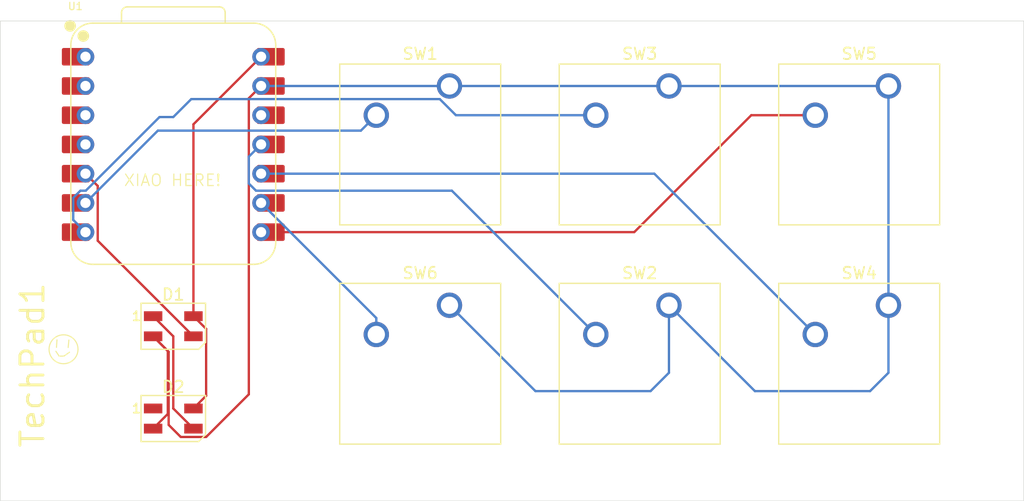
<source format=kicad_pcb>
(kicad_pcb (version 20241229) (generator "pcbnew") (generator_version "9.0")
  (layers (0 "F.Cu" signal) (2 "B.Cu" signal) (13 "F.Paste" user) (15 "B.Paste" user) (5 "F.SilkS" user "F.Silkscreen") (7 "B.SilkS" user "B.Silkscreen") (1 "F.Mask" user) (3 "B.Mask" user) (25 "Edge.Cuts" user))
  (net 0 "")
  (net 1 "Net-(D1-DOUT)")
  (net 2 "+5V")
  (net 3 "Net-(D1-DIN)")
  (net 4 "GND")
  (net 6 "Net-(U1-GPIO7{slash}SCL)")
  (net 7 "Net-(U1-GPIO3{slash}MOSI)")
  (net 8 "Net-(U1-GPIO0{slash}TX)")
  (net 9 "Net-(U1-GPIO4{slash}MISO)")
  (net 10 "Net-(U1-GPIO1{slash}RX)")
  (net 11 "Net-(U1-GPIO2{slash}SCK)")
  (footprint "Button_Switch_Keyboard:SW_Cherry_MX_1.00u_PCB" (layer "F.Cu") (at 116.84 63.97625)
    (property "Reference" "SW2" (at -2.54 -2.794 0) (layer "F.SilkS"))
    (property "Value" "SW_Push")
    (fp_line (start -9.525 -1.905) (end 4.445 -1.905) (stroke (width 0.12)) (layer "F.SilkS"))
    (fp_line (start -9.525 12.065) (end -9.525 -1.905) (stroke (width 0.12)) (layer "F.SilkS"))
    (fp_line (start 4.445 -1.905) (end 4.445 12.065) (stroke (width 0.12)) (layer "F.SilkS"))
    (fp_line (start 4.445 12.065) (end -9.525 12.065) (stroke (width 0.12)) (layer "F.SilkS"))
    (pad "" np_thru_hole circle (at -7.62 5.08) (size 1.7 1.7) (drill 1.7) (layers "*.Cu" "*.Mask"))
    (pad "" np_thru_hole circle (at -2.54 5.08) (size 4 4) (drill 4) (layers "*.Cu" "*.Mask"))
    (pad "" np_thru_hole circle (at 2.54 5.08) (size 1.7 1.7) (drill 1.7) (layers "*.Cu" "*.Mask"))
    (pad "1" thru_hole circle (at 0 0) (size 2.2 2.2) (drill 1.5) (layers "*.Cu" "*.Mask") (net 4 "GND"))
    (pad "2" thru_hole circle (at -6.35 2.54) (size 2.2 2.2) (drill 1.5) (layers "*.Cu" "*.Mask") (net 7 "Net-(U1-GPIO3{slash}MOSI)"))
  )
  (footprint "LED_SMD:LED_SK6812MINI_PLCC4_3.5x3.5mm_P1.75mm" (layer "F.Cu") (at 73.81875 65.8)
    (property "Reference" "D1" (at 0 -2.75 0) (layer "F.SilkS"))
    (property "Value" "SK6812MINI")
    (fp_line (start -2.8 -2) (end -2.8 2) (stroke (width 0.12)) (layer "F.SilkS"))
    (fp_line (start -2.8 -2) (end 2.8 -2) (stroke (width 0.12)) (layer "F.SilkS"))
    (fp_line (start -2.8 2) (end 2.2 2) (stroke (width 0.12)) (layer "F.SilkS"))
    (fp_line (start 2.8 1.4) (end 2.2 2) (stroke (width 0.12)) (layer "F.SilkS"))
    (fp_line (start 2.8 1.4) (end 2.8 -2) (stroke (width 0.12)) (layer "F.SilkS"))
    (fp_text user "1" (at -3.2 -0.875 0) (layer "F.SilkS") (effects (font (size 0.8 0.8))))
    (pad "1" smd rect (at -1.75 -0.875) (size 1.6 0.85) (layers "F.Cu" "F.Mask" "F.Paste") (net 1 "Net-(D1-DOUT)"))
    (pad "2" smd rect (at -1.75 0.875) (size 1.6 0.85) (layers "F.Cu" "F.Mask" "F.Paste") (net 4 "GND"))
    (pad "3" smd rect (at 1.75 0.875) (size 1.6 0.85) (layers "F.Cu" "F.Mask" "F.Paste") (net 3 "Net-(D1-DIN)"))
    (pad "4" smd rect (at 1.75 -0.875) (size 1.6 0.85) (layers "F.Cu" "F.Mask" "F.Paste") (net 2 "+5V"))
  )
  (footprint "Button_Switch_Keyboard:SW_Cherry_MX_1.00u_PCB" (layer "F.Cu") (at 135.89 63.97625)
    (property "Reference" "SW4" (at -2.54 -2.794 0) (layer "F.SilkS"))
    (property "Value" "SW_Push")
    (fp_line (start -9.525 -1.905) (end 4.445 -1.905) (stroke (width 0.12)) (layer "F.SilkS"))
    (fp_line (start -9.525 12.065) (end -9.525 -1.905) (stroke (width 0.12)) (layer "F.SilkS"))
    (fp_line (start 4.445 -1.905) (end 4.445 12.065) (stroke (width 0.12)) (layer "F.SilkS"))
    (fp_line (start 4.445 12.065) (end -9.525 12.065) (stroke (width 0.12)) (layer "F.SilkS"))
    (pad "" np_thru_hole circle (at -7.62 5.08) (size 1.7 1.7) (drill 1.7) (layers "*.Cu" "*.Mask"))
    (pad "" np_thru_hole circle (at -2.54 5.08) (size 4 4) (drill 4) (layers "*.Cu" "*.Mask"))
    (pad "" np_thru_hole circle (at 2.54 5.08) (size 1.7 1.7) (drill 1.7) (layers "*.Cu" "*.Mask"))
    (pad "1" thru_hole circle (at 0 0) (size 2.2 2.2) (drill 1.5) (layers "*.Cu" "*.Mask") (net 4 "GND"))
    (pad "2" thru_hole circle (at -6.35 2.54) (size 2.2 2.2) (drill 1.5) (layers "*.Cu" "*.Mask") (net 9 "Net-(U1-GPIO4{slash}MISO)"))
  )
  (footprint "OPL:XIAO-RP2040-DIP" (layer "F.Cu") (at 73.818748 50.00625)
    (property "Reference" "U1" (at -8.5 -12 0) (layer "F.SilkS") (effects (font (size 0.635 0.635) (thickness 0.1016))))
    (property "Value" "XIAO-RP2040-DIP")
    (fp_line (start -8.89 8.509) (end -8.89 -8.636) (stroke (width 0.127)) (layer "F.SilkS"))
    (fp_line (start -6.985 10.414) (end 6.985 10.414) (stroke (width 0.127)) (layer "F.SilkS"))
    (fp_line (start -4.495 -10.541) (end -4.491272 -11.451272) (stroke (width 0.127)) (layer "F.SilkS"))
    (fp_line (start -3.991272 -11.951) (end 4.004 -11.951) (stroke (width 0.127)) (layer "F.SilkS"))
    (fp_line (start 4.504 -11.451) (end 4.504 -10.541) (stroke (width 0.127)) (layer "F.SilkS"))
    (fp_line (start 6.985 -10.541) (end -6.985 -10.541) (stroke (width 0.1)) (layer "F.SilkS"))
    (fp_line (start 6.985 -10.541) (end -6.985 -10.541) (stroke (width 0.127)) (layer "F.SilkS"))
    (fp_line (start 8.89 8.509) (end 8.89 -8.636) (stroke (width 0.127)) (layer "F.SilkS"))
    (fp_arc (start -8.89 -8.636) (mid -8.332038 -9.983038) (end -6.985 -10.541) (stroke (width 0.127)) (layer "F.SilkS"))
    (fp_arc (start -6.985 10.414) (mid -8.332038 9.856038) (end -8.89 8.509) (stroke (width 0.127)) (layer "F.SilkS"))
    (fp_arc (start -4.491272 -11.451272) (mid -4.344728 -11.80464) (end -3.991272 -11.951) (stroke (width 0.127)) (layer "F.SilkS"))
    (fp_arc (start 4.004 -11.951) (mid 4.357553 -11.804553) (end 4.504 -11.451) (stroke (width 0.127)) (layer "F.SilkS"))
    (fp_arc (start 6.985 -10.541) (mid 8.332038 -9.983038) (end 8.89 -8.636) (stroke (width 0.127)) (layer "F.SilkS"))
    (fp_arc (start 8.89 8.509) (mid 8.332038 9.856038) (end 6.985 10.414) (stroke (width 0.127)) (layer "F.SilkS"))
    (fp_circle (center -8.95 -10.3) (end -8.95 -10.554) (stroke (width 0.5)) (fill yes) (layer "F.SilkS"))
    (fp_circle (center -7.807 -9.42) (end -7.807 -9.674) (stroke (width 0.5)) (fill yes) (layer "F.SilkS"))
    (pad "1" smd roundrect (at -8.455 -7.62 180) (size 2.432 1.524) (layers "F.Cu" "F.Mask") (roundrect_rratio 0.1))
    (pad "1" thru_hole circle (at -7.62 -7.62 180) (size 1.524 1.524) (drill 0.889) (layers "*.Cu" "*.Mask"))
    (pad "2" smd roundrect (at -8.455 -5.08 180) (size 2.432 1.524) (layers "F.Cu" "F.Mask") (roundrect_rratio 0.1))
    (pad "2" thru_hole circle (at -7.62 -5.08 180) (size 1.524 1.524) (drill 0.889) (layers "*.Cu" "*.Mask"))
    (pad "3" smd roundrect (at -8.455 -2.54 180) (size 2.432 1.524) (layers "F.Cu" "F.Mask") (roundrect_rratio 0.1))
    (pad "3" thru_hole circle (at -7.62 -2.54 180) (size 1.524 1.524) (drill 0.889) (layers "*.Cu" "*.Mask"))
    (pad "4" smd roundrect (at -8.455 0 180) (size 2.432 1.524) (layers "F.Cu" "F.Mask") (roundrect_rratio 0.1))
    (pad "4" thru_hole circle (at -7.62 0 180) (size 1.524 1.524) (drill 0.889) (layers "*.Cu" "*.Mask"))
    (pad "5" smd roundrect (at -8.455 2.54 180) (size 2.432 1.524) (layers "F.Cu" "F.Mask") (roundrect_rratio 0.1) (net 3 "Net-(D1-DIN)"))
    (pad "5" thru_hole circle (at -7.62 2.54 180) (size 1.524 1.524) (drill 0.889) (layers "*.Cu" "*.Mask") (net 3 "Net-(D1-DIN)"))
    (pad "6" smd roundrect (at -8.455 5.08 180) (size 2.432 1.524) (layers "F.Cu" "F.Mask") (roundrect_rratio 0.1) (net 6 "Net-(U1-GPIO7{slash}SCL)"))
    (pad "6" thru_hole circle (at -7.62 5.08 180) (size 1.524 1.524) (drill 0.889) (layers "*.Cu" "*.Mask") (net 6 "Net-(U1-GPIO7{slash}SCL)"))
    (pad "7" smd roundrect (at -8.455 7.62 180) (size 2.432 1.524) (layers "F.Cu" "F.Mask") (roundrect_rratio 0.1) (net 8 "Net-(U1-GPIO0{slash}TX)"))
    (pad "7" thru_hole circle (at -7.62 7.62 180) (size 1.524 1.524) (drill 0.889) (layers "*.Cu" "*.Mask") (net 8 "Net-(U1-GPIO0{slash}TX)"))
    (pad "8" thru_hole circle (at 7.62 7.62) (size 1.524 1.524) (drill 0.889) (layers "*.Cu" "*.Mask") (net 10 "Net-(U1-GPIO1{slash}RX)"))
    (pad "8" smd roundrect (at 8.455 7.62) (size 2.432 1.524) (layers "F.Cu" "F.Mask") (roundrect_rratio 0.1) (net 10 "Net-(U1-GPIO1{slash}RX)"))
    (pad "9" thru_hole circle (at 7.62 5.08) (size 1.524 1.524) (drill 0.889) (layers "*.Cu" "*.Mask") (net 11 "Net-(U1-GPIO2{slash}SCK)"))
    (pad "9" smd roundrect (at 8.455 5.08) (size 2.432 1.524) (layers "F.Cu" "F.Mask") (roundrect_rratio 0.1) (net 11 "Net-(U1-GPIO2{slash}SCK)"))
    (pad "10" thru_hole circle (at 7.62 2.54) (size 1.524 1.524) (drill 0.889) (layers "*.Cu" "*.Mask") (net 9 "Net-(U1-GPIO4{slash}MISO)"))
    (pad "10" smd roundrect (at 8.455 2.54) (size 2.432 1.524) (layers "F.Cu" "F.Mask") (roundrect_rratio 0.1) (net 9 "Net-(U1-GPIO4{slash}MISO)"))
    (pad "11" thru_hole circle (at 7.62 0) (size 1.524 1.524) (drill 0.889) (layers "*.Cu" "*.Mask") (net 7 "Net-(U1-GPIO3{slash}MOSI)"))
    (pad "11" smd roundrect (at 8.455 0) (size 2.432 1.524) (layers "F.Cu" "F.Mask") (roundrect_rratio 0.1) (net 7 "Net-(U1-GPIO3{slash}MOSI)"))
    (pad "12" thru_hole circle (at 7.62 -2.54) (size 1.524 1.524) (drill 0.889) (layers "*.Cu" "*.Mask"))
    (pad "12" smd roundrect (at 8.455 -2.54) (size 2.432 1.524) (layers "F.Cu" "F.Mask") (roundrect_rratio 0.1))
    (pad "13" thru_hole circle (at 7.62 -5.08) (size 1.524 1.524) (drill 0.889) (layers "*.Cu" "*.Mask") (net 4 "GND"))
    (pad "13" smd roundrect (at 8.455 -5.08) (size 2.432 1.524) (layers "F.Cu" "F.Mask") (roundrect_rratio 0.1) (net 4 "GND"))
    (pad "14" thru_hole circle (at 7.62 -7.62) (size 1.524 1.524) (drill 0.889) (layers "*.Cu" "*.Mask") (net 2 "+5V"))
    (pad "14" smd roundrect (at 8.455 -7.62) (size 2.432 1.524) (layers "F.Cu" "F.Mask") (roundrect_rratio 0.1) (net 2 "+5V"))
  )
  (footprint "LED_SMD:LED_SK6812MINI_PLCC4_3.5x3.5mm_P1.75mm" (layer "F.Cu") (at 73.81875 73.81875)
    (property "Reference" "D2" (at 0 -2.75 0) (layer "F.SilkS"))
    (property "Value" "SK6812MINI")
    (fp_line (start -2.8 -2) (end -2.8 2) (stroke (width 0.12)) (layer "F.SilkS"))
    (fp_line (start -2.8 -2) (end 2.8 -2) (stroke (width 0.12)) (layer "F.SilkS"))
    (fp_line (start -2.8 2) (end 2.2 2) (stroke (width 0.12)) (layer "F.SilkS"))
    (fp_line (start 2.8 1.4) (end 2.2 2) (stroke (width 0.12)) (layer "F.SilkS"))
    (fp_line (start 2.8 1.4) (end 2.8 -2) (stroke (width 0.12)) (layer "F.SilkS"))
    (fp_text user "1" (at -3.2 -0.875 0) (layer "F.SilkS") (effects (font (size 0.8 0.8))))
    (pad "1" smd rect (at -1.75 -0.875) (size 1.6 0.85) (layers "F.Cu" "F.Mask" "F.Paste"))
    (pad "2" smd rect (at -1.75 0.875) (size 1.6 0.85) (layers "F.Cu" "F.Mask" "F.Paste") (net 4 "GND"))
    (pad "3" smd rect (at 1.75 0.875) (size 1.6 0.85) (layers "F.Cu" "F.Mask" "F.Paste") (net 1 "Net-(D1-DOUT)"))
    (pad "4" smd rect (at 1.75 -0.875) (size 1.6 0.85) (layers "F.Cu" "F.Mask" "F.Paste") (net 2 "+5V"))
  )
  (footprint "Button_Switch_Keyboard:SW_Cherry_MX_1.00u_PCB" (layer "F.Cu") (at 97.79 44.92625)
    (property "Reference" "SW1" (at -2.54 -2.794 0) (layer "F.SilkS"))
    (property "Value" "SW_Push")
    (fp_line (start -9.525 -1.905) (end 4.445 -1.905) (stroke (width 0.12)) (layer "F.SilkS"))
    (fp_line (start -9.525 12.065) (end -9.525 -1.905) (stroke (width 0.12)) (layer "F.SilkS"))
    (fp_line (start 4.445 -1.905) (end 4.445 12.065) (stroke (width 0.12)) (layer "F.SilkS"))
    (fp_line (start 4.445 12.065) (end -9.525 12.065) (stroke (width 0.12)) (layer "F.SilkS"))
    (pad "" np_thru_hole circle (at -7.62 5.08) (size 1.7 1.7) (drill 1.7) (layers "*.Cu" "*.Mask"))
    (pad "" np_thru_hole circle (at -2.54 5.08) (size 4 4) (drill 4) (layers "*.Cu" "*.Mask"))
    (pad "" np_thru_hole circle (at 2.54 5.08) (size 1.7 1.7) (drill 1.7) (layers "*.Cu" "*.Mask"))
    (pad "1" thru_hole circle (at 0 0) (size 2.2 2.2) (drill 1.5) (layers "*.Cu" "*.Mask") (net 4 "GND"))
    (pad "2" thru_hole circle (at -6.35 2.54) (size 2.2 2.2) (drill 1.5) (layers "*.Cu" "*.Mask") (net 6 "Net-(U1-GPIO7{slash}SCL)"))
  )
  (footprint "Button_Switch_Keyboard:SW_Cherry_MX_1.00u_PCB" (layer "F.Cu") (at 97.79 63.97625)
    (property "Reference" "SW6" (at -2.54 -2.794 0) (layer "F.SilkS"))
    (property "Value" "SW_Push")
    (fp_line (start -9.525 -1.905) (end 4.445 -1.905) (stroke (width 0.12)) (layer "F.SilkS"))
    (fp_line (start -9.525 12.065) (end -9.525 -1.905) (stroke (width 0.12)) (layer "F.SilkS"))
    (fp_line (start 4.445 -1.905) (end 4.445 12.065) (stroke (width 0.12)) (layer "F.SilkS"))
    (fp_line (start 4.445 12.065) (end -9.525 12.065) (stroke (width 0.12)) (layer "F.SilkS"))
    (pad "" np_thru_hole circle (at -7.62 5.08) (size 1.7 1.7) (drill 1.7) (layers "*.Cu" "*.Mask"))
    (pad "" np_thru_hole circle (at -2.54 5.08) (size 4 4) (drill 4) (layers "*.Cu" "*.Mask"))
    (pad "" np_thru_hole circle (at 2.54 5.08) (size 1.7 1.7) (drill 1.7) (layers "*.Cu" "*.Mask"))
    (pad "1" thru_hole circle (at 0 0) (size 2.2 2.2) (drill 1.5) (layers "*.Cu" "*.Mask") (net 4 "GND"))
    (pad "2" thru_hole circle (at -6.35 2.54) (size 2.2 2.2) (drill 1.5) (layers "*.Cu" "*.Mask") (net 11 "Net-(U1-GPIO2{slash}SCK)"))
  )
  (footprint "Button_Switch_Keyboard:SW_Cherry_MX_1.00u_PCB" (layer "F.Cu") (at 116.84 44.92625)
    (property "Reference" "SW3" (at -2.54 -2.794 0) (layer "F.SilkS"))
    (property "Value" "SW_Push")
    (fp_line (start -9.525 -1.905) (end 4.445 -1.905) (stroke (width 0.12)) (layer "F.SilkS"))
    (fp_line (start -9.525 12.065) (end -9.525 -1.905) (stroke (width 0.12)) (layer "F.SilkS"))
    (fp_line (start 4.445 -1.905) (end 4.445 12.065) (stroke (width 0.12)) (layer "F.SilkS"))
    (fp_line (start 4.445 12.065) (end -9.525 12.065) (stroke (width 0.12)) (layer "F.SilkS"))
    (pad "" np_thru_hole circle (at -7.62 5.08) (size 1.7 1.7) (drill 1.7) (layers "*.Cu" "*.Mask"))
    (pad "" np_thru_hole circle (at -2.54 5.08) (size 4 4) (drill 4) (layers "*.Cu" "*.Mask"))
    (pad "" np_thru_hole circle (at 2.54 5.08) (size 1.7 1.7) (drill 1.7) (layers "*.Cu" "*.Mask"))
    (pad "1" thru_hole circle (at 0 0) (size 2.2 2.2) (drill 1.5) (layers "*.Cu" "*.Mask") (net 4 "GND"))
    (pad "2" thru_hole circle (at -6.35 2.54) (size 2.2 2.2) (drill 1.5) (layers "*.Cu" "*.Mask") (net 8 "Net-(U1-GPIO0{slash}TX)"))
  )
  (footprint "Button_Switch_Keyboard:SW_Cherry_MX_1.00u_PCB" (layer "F.Cu") (at 135.89 44.92625)
    (property "Reference" "SW5" (at -2.54 -2.794 0) (layer "F.SilkS"))
    (property "Value" "SW_Push")
    (fp_line (start -9.525 -1.905) (end 4.445 -1.905) (stroke (width 0.12)) (layer "F.SilkS"))
    (fp_line (start -9.525 12.065) (end -9.525 -1.905) (stroke (width 0.12)) (layer "F.SilkS"))
    (fp_line (start 4.445 -1.905) (end 4.445 12.065) (stroke (width 0.12)) (layer "F.SilkS"))
    (fp_line (start 4.445 12.065) (end -9.525 12.065) (stroke (width 0.12)) (layer "F.SilkS"))
    (pad "" np_thru_hole circle (at -7.62 5.08) (size 1.7 1.7) (drill 1.7) (layers "*.Cu" "*.Mask"))
    (pad "" np_thru_hole circle (at -2.54 5.08) (size 4 4) (drill 4) (layers "*.Cu" "*.Mask"))
    (pad "" np_thru_hole circle (at 2.54 5.08) (size 1.7 1.7) (drill 1.7) (layers "*.Cu" "*.Mask"))
    (pad "1" thru_hole circle (at 0 0) (size 2.2 2.2) (drill 1.5) (layers "*.Cu" "*.Mask") (net 4 "GND"))
    (pad "2" thru_hole circle (at -6.35 2.54) (size 2.2 2.2) (drill 1.5) (layers "*.Cu" "*.Mask") (net 10 "Net-(U1-GPIO1{slash}RX)"))
  )
  (gr_line (start 64.757802 66.998414) (end 64.696864 67.645292) (stroke (width 0.1)) (layer "F.SilkS"))
  (gr_line (start 63.726546 66.989039) (end 63.679671 67.635917) (stroke (width 0.1)) (layer "F.SilkS"))
  (gr_line (start 63.91406 68.394544) (end 64.32539 68.394544) (stroke (width 0.1)) (layer "F.SilkS"))
  (gr_line (start 63.629293 67.972667) (end 63.91406 68.394544) (stroke (width 0.1)) (layer "F.SilkS"))
  (gr_line (start 64.32539 68.394544) (end 64.810549 68.057043) (stroke (width 0.1)) (layer "F.SilkS"))
  (gr_circle (center 64.29375 67.8) (end 64.29375 69.05625) (stroke (width 0.1)) (fill no) (layer "F.SilkS"))
  (gr_rect (start 58.804631 39.281637) (end 147.637498 80.9625) (stroke (width 0.05)) (fill no) (layer "Edge.Cuts"))
  (gr_text "TechPad1" (at 62.766801 76.488441 90) (layer "F.SilkS") (effects (font (size 2 2) (thickness 0.25)) (justify left bottom)))
  (gr_text "XIAO HERE!" (at 69.468701 53.704547 0) (layer "F.SilkS") (effects (font (size 1 1) (thickness 0.1)) (justify left bottom)))
  (segment (start 73.81875 72.94375) (end 75.56875 74.69375) (width 0.2) (layer "F.Cu") (net 1))
  (segment (start 72.06875 64.925) (end 73.81875 66.675) (width 0.2) (layer "F.Cu") (net 1))
  (segment (start 73.81875 66.675) (end 73.81875 72.94375) (width 0.2) (layer "F.Cu") (net 1))
  (segment (start 75.56875 48.256248) (end 75.56875 64.925) (width 0.2) (layer "F.Cu") (net 2))
  (segment (start 76.66975 71.84275) (end 75.56875 72.94375) (width 0.2) (layer "F.Cu") (net 2))
  (segment (start 76.66975 66.026) (end 76.66975 71.84275) (width 0.2) (layer "F.Cu") (net 2))
  (segment (start 75.56875 64.925) (end 76.66975 66.026) (width 0.2) (layer "F.Cu") (net 2))
  (segment (start 81.438748 42.38625) (end 75.56875 48.256248) (width 0.2) (layer "F.Cu") (net 2))
  (segment (start 67.261748 53.60925) (end 67.261748 58.367998) (width 0.2) (layer "F.Cu") (net 3))
  (segment (start 67.261748 58.367998) (end 75.56875 66.675) (width 0.2) (layer "F.Cu") (net 3))
  (segment (start 66.198748 52.54625) (end 67.261748 53.60925) (width 0.2) (layer "F.Cu") (net 3))
  (segment (start 73.41775 68.024) (end 73.41775 74.36975) (width 0.2) (layer "F.Cu") (net 4))
  (segment (start 80.375748 45.98925) (end 81.438748 44.92625) (width 0.2) (layer "F.Cu") (net 4))
  (segment (start 76.66975 75.41975) (end 80.375748 71.713752) (width 0.2) (layer "F.Cu") (net 4))
  (segment (start 73.34475 73.41775) (end 73.34475 67.951) (width 0.2) (layer "F.Cu") (net 4))
  (segment (start 73.34475 67.951) (end 72.06875 66.675) (width 0.2) (layer "F.Cu") (net 4))
  (segment (start 72.06875 66.675) (end 73.41775 68.024) (width 0.2) (layer "F.Cu") (net 4))
  (segment (start 73.41775 74.36975) (end 74.46775 75.41975) (width 0.2) (layer "F.Cu") (net 4))
  (segment (start 72.06875 74.69375) (end 73.34475 73.41775) (width 0.2) (layer "F.Cu") (net 4))
  (segment (start 80.375748 71.713752) (end 80.375748 45.98925) (width 0.2) (layer "F.Cu") (net 4))
  (segment (start 74.46775 75.41975) (end 76.66975 75.41975) (width 0.2) (layer "F.Cu") (net 4))
  (segment (start 124.30125 71.4375) (end 116.84 63.97625) (width 0.2) (layer "B.Cu") (net 4))
  (segment (start 134.293566 71.4375) (end 124.30125 71.4375) (width 0.2) (layer "B.Cu") (net 4))
  (segment (start 97.79 44.92625) (end 116.84 44.92625) (width 0.2) (layer "B.Cu") (net 4))
  (segment (start 116.84 69.841066) (end 115.243566 71.4375) (width 0.2) (layer "B.Cu") (net 4))
  (segment (start 135.89 69.841066) (end 134.293566 71.4375) (width 0.2) (layer "B.Cu") (net 4))
  (segment (start 116.84 44.92625) (end 135.89 44.92625) (width 0.2) (layer "B.Cu") (net 4))
  (segment (start 105.25125 71.4375) (end 97.79 63.97625) (width 0.2) (layer "B.Cu") (net 4))
  (segment (start 81.438748 44.92625) (end 97.79 44.92625) (width 0.2) (layer "B.Cu") (net 4))
  (segment (start 116.84 63.97625) (end 116.84 69.841066) (width 0.2) (layer "B.Cu") (net 4))
  (segment (start 135.89 63.97625) (end 135.89 69.841066) (width 0.2) (layer "B.Cu") (net 4))
  (segment (start 115.243566 71.4375) (end 105.25125 71.4375) (width 0.2) (layer "B.Cu") (net 4))
  (segment (start 135.89 44.92625) (end 135.89 63.97625) (width 0.2) (layer "B.Cu") (net 4))
  (segment (start 90.101 48.80525) (end 91.44 47.46625) (width 0.2) (layer "B.Cu") (net 6))
  (segment (start 72.479748 48.80525) (end 90.101 48.80525) (width 0.2) (layer "B.Cu") (net 6))
  (segment (start 66.198748 55.08625) (end 72.479748 48.80525) (width 0.2) (layer "B.Cu") (net 6))
  (segment (start 97.997 54.02325) (end 110.49 66.51625) (width 0.2) (layer "B.Cu") (net 7))
  (segment (start 81.438748 50.00625) (end 80.375748 51.06925) (width 0.2) (layer "B.Cu") (net 7))
  (segment (start 80.375748 51.06925) (end 80.375748 53.40056) (width 0.2) (layer "B.Cu") (net 7))
  (segment (start 80.375748 53.40056) (end 80.998438 54.02325) (width 0.2) (layer "B.Cu") (net 7))
  (segment (start 80.998438 54.02325) (end 97.997 54.02325) (width 0.2) (layer "B.Cu") (net 7))
  (segment (start 96.947686 46.06525) (end 98.348686 47.46625) (width 0.2) (layer "B.Cu") (net 8))
  (segment (start 65.135748 54.64594) (end 65.758438 54.02325) (width 0.2) (layer "B.Cu") (net 8))
  (segment (start 98.348686 47.46625) (end 110.49 47.46625) (width 0.2) (layer "B.Cu") (net 8))
  (segment (start 75.3785 46.06525) (end 96.947686 46.06525) (width 0.2) (layer "B.Cu") (net 8))
  (segment (start 66.225058 54.02325) (end 72.623308 47.625) (width 0.2) (layer "B.Cu") (net 8))
  (segment (start 66.198748 57.62625) (end 65.135748 56.56325) (width 0.2) (layer "B.Cu") (net 8))
  (segment (start 65.758438 54.02325) (end 66.225058 54.02325) (width 0.2) (layer "B.Cu") (net 8))
  (segment (start 65.135748 56.56325) (end 65.135748 54.64594) (width 0.2) (layer "B.Cu") (net 8))
  (segment (start 72.623308 47.625) (end 73.81875 47.625) (width 0.2) (layer "B.Cu") (net 8))
  (segment (start 73.81875 47.625) (end 75.3785 46.06525) (width 0.2) (layer "B.Cu") (net 8))
  (segment (start 115.57 52.54625) (end 129.54 66.51625) (width 0.2) (layer "B.Cu") (net 9))
  (segment (start 81.438748 52.54625) (end 115.57 52.54625) (width 0.2) (layer "B.Cu") (net 9))
  (segment (start 123.98375 47.46625) (end 129.54 47.46625) (width 0.2) (layer "F.Cu") (net 10))
  (segment (start 81.438748 57.62625) (end 113.82375 57.62625) (width 0.2) (layer "F.Cu") (net 10))
  (segment (start 113.82375 57.62625) (end 123.98375 47.46625) (width 0.2) (layer "F.Cu") (net 10))
  (segment (start 81.438748 55.08625) (end 91.44 65.087502) (width 0.2) (layer "B.Cu") (net 11))
  (segment (start 91.44 65.087502) (end 91.44 66.51625) (width 0.2) (layer "B.Cu") (net 11))
)
</source>
